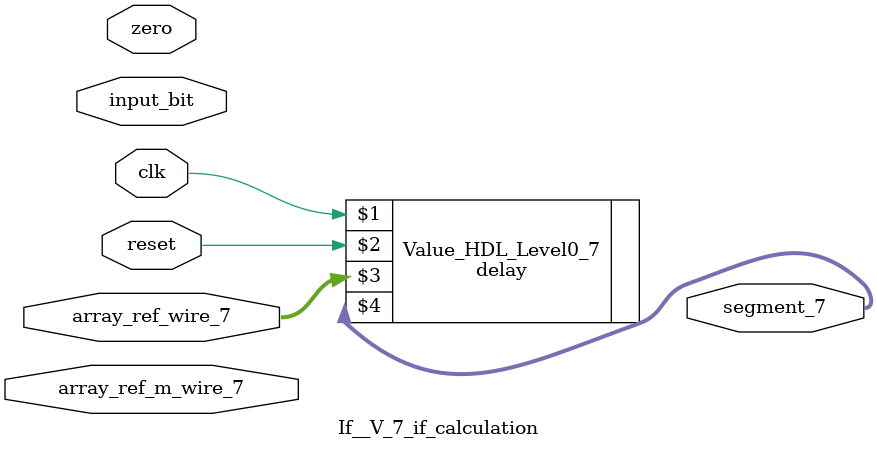
<source format=v>
module If__V_7_if_calculation(input [31:0]input_bit, input [31:0]zero, input [31:0]array_ref_wire_7, input [31:0]array_ref_m_wire_7, output [31:0]segment_7, input clk, input reset);



	//Proceed with segment_7 = delay(array_ref_wire_7) 
	wire [31:0]segment_7;
	delay Value_HDL_Level0_7 ( clk, reset, array_ref_wire_7, segment_7);




endmodule

</source>
